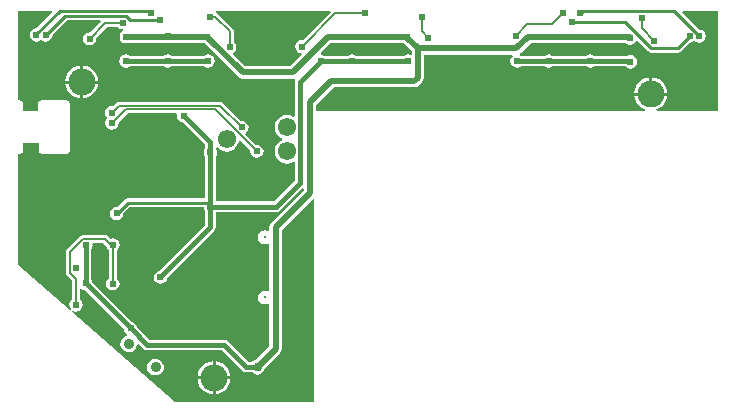
<source format=gbl>
%FSTAX23Y23*%
%MOIN*%
%SFA1B1*%

%IPPOS*%
%ADD17C,0.010000*%
%ADD18C,0.006000*%
%ADD91C,0.030000*%
%ADD96C,0.015000*%
%ADD98C,0.020000*%
%ADD100C,0.090000*%
%ADD101C,0.035430*%
%ADD102C,0.012800*%
%ADD103C,0.061020*%
%ADD104C,0.024000*%
%ADD105C,0.025980*%
%LNdextrems_v1-1*%
%LPD*%
G36*
X01057Y-00017D02*
X00964Y-00111D01*
X00961Y-0011*
X00952Y-00112*
X00945Y-00117*
X0094Y-00124*
X00938Y-00133*
X0094Y-00141*
X00945Y-00148*
X00952Y-00153*
X00959Y-00155*
X00961Y-0016*
X00922Y-00199*
X00771*
X00731Y-00159*
X00732Y-00153*
X00735Y-0015*
X0074Y-00143*
X00742Y-00134*
X0074Y-00126*
X00735Y-00119*
X00733Y-00117*
Y-00081*
X00732Y-00075*
X00729Y-00071*
X00682Y-00024*
X00677Y-00021*
X00676Y-00021*
X00674Y-00018*
X00676Y-00013*
X01055*
X01057Y-00017*
G37*
G36*
X02348Y-00347D02*
X02143D01*
X02142Y-00342*
X02151Y-00339*
X02163Y-0033*
X02172Y-00318*
X02177Y-00305*
X02178Y-00296*
X02069*
X0207Y-00305*
X02075Y-00318*
X02084Y-0033*
X02096Y-00339*
X02105Y-00342*
X02104Y-00347*
X01015*
X01012Y-00348*
X01007Y-00344*
Y-00327*
X01067Y-00268*
X01336*
X01344Y-00266*
X0135Y-00262*
X01362Y-0025*
X01366Y-00244*
X01368Y-00236*
Y-0016*
X01662*
X01664Y-00165*
X01663Y-00165*
X01658Y-00172*
X01656Y-00181*
X01658Y-0019*
X01663Y-00197*
X0167Y-00202*
X01679Y-00203*
X01687Y-00202*
X01692Y-00199*
X0177*
X01775Y-00202*
X01784Y-00204*
X01792Y-00202*
X01797Y-00199*
X01909*
X01913Y-00201*
X01921Y-00203*
X0193Y-00201*
X01933Y-00199*
X0204*
X0204Y-00199*
X02048Y-00204*
X02056Y-00206*
X02065Y-00204*
X02072Y-00199*
X02077Y-00192*
X02079Y-00183*
X02077Y-00175*
X02072Y-00167*
X02065Y-00162*
X02056Y-00161*
X02048Y-00162*
X02046Y-00163*
X01935*
X0193Y-0016*
X01921Y-00158*
X01913Y-0016*
X01908Y-00163*
X01796*
X01792Y-0016*
X01784Y-00159*
X01775Y-0016*
X01771Y-00163*
X01692*
X01688Y-00161*
X01687Y-00158*
Y-00155*
X0169Y-00154*
X01724Y-0012*
X01775*
X01776Y-0012*
X01785Y-00122*
X01785Y-00122*
X01785Y-00122*
X02042*
X02046Y-00124*
X02054Y-00126*
X02063Y-00124*
X0207Y-00119*
X02074Y-00114*
X0208Y-00113*
X02115Y-00148*
X0212Y-00152*
X02126Y-00153*
X02214*
X0222Y-00152*
X02225Y-00148*
X02253Y-0012*
X02254Y-0012*
X02262Y-00118*
X02269Y-00114*
X02269Y-00114*
X02277Y-00119*
X02285Y-0012*
X02294Y-00119*
X02301Y-00114*
X02306Y-00107*
X02308Y-00098*
X02306Y-00089*
X02301Y-00082*
X02294Y-00077*
X02286Y-00076*
X02228Y-00017*
X0223Y-00013*
X02348*
Y-00347*
G37*
G36*
X01327Y-00148D02*
Y-00159D01*
X01323Y-00161*
X01322Y-00161*
X01313Y-00159*
X01305Y-00161*
X01301Y-00163*
X0114*
X01136Y-00161*
X01127Y-00159*
X01119Y-00161*
X01114Y-00164*
X01035*
X01031Y-00161*
X01026Y-0016*
X01024Y-00154*
X01056Y-00122*
X01301*
X01327Y-00148*
G37*
G36*
X0013Y-00017D02*
X00076Y-00071D01*
X00068Y-00073*
X0006Y-00078*
X00056Y-00085*
X00054Y-00094*
X00056Y-00102*
X0006Y-00109*
X00068Y-00114*
X00076Y-00116*
X00085Y-00114*
X00092Y-00109*
X00099Y-00114*
X00108Y-00116*
X00116Y-00114*
X00124Y-00109*
X00128Y-00102*
X0013Y-00094*
X0013Y-00093*
X00178Y-00045*
X00289*
X00291Y-00049*
X00256Y-00084*
X00253Y-00084*
X00244Y-00086*
X00237Y-0009*
X00232Y-00098*
X0023Y-00106*
X00232Y-00115*
X00237Y-00122*
X00244Y-00127*
X00253Y-00129*
X00261Y-00127*
X00269Y-00122*
X00273Y-00115*
X00275Y-00106*
X00274Y-00103*
X00312Y-00066*
X00346*
X00348Y-00068*
X00355Y-00073*
X00364Y-00075*
X00364Y-00075*
X00366Y-0008*
X00359Y-00084*
X00354Y-00091*
X00353Y-001*
X00354Y-00108*
X00359Y-00116*
X00367Y-0012*
X00375Y-00122*
X00377Y-00122*
X00377Y-00122*
X00637*
X00748Y-00234*
X00755Y-00238*
X00763Y-0024*
X0093*
X00935Y-00239*
X00937Y-00241*
X00938Y-00243*
X00937Y-0025*
Y-00365*
X00932Y-00367*
X00931Y-00366*
X00921Y-00362*
X00911Y-00361*
X009Y-00362*
X0089Y-00366*
X00882Y-00373*
X00875Y-00381*
X00871Y-00391*
X0087Y-00402*
X00871Y-00412*
X00875Y-00422*
X00882Y-00431*
X0089Y-00437*
X00895Y-00439*
Y-00444*
X0089Y-00446*
X00882Y-00453*
X00875Y-00461*
X00871Y-00471*
X0087Y-00482*
X00871Y-00492*
X00875Y-00502*
X00882Y-00511*
X0089Y-00517*
X009Y-00521*
X00911Y-00523*
X00921Y-00521*
X00931Y-00517*
X00932Y-00516*
X00937Y-00518*
Y-00579*
X00867Y-00649*
X00674*
Y-00498*
X00677Y-00493*
X00678Y-00485*
X00677Y-00476*
X00675Y-00473*
X00675Y-0047*
X00681Y-00469*
X00682Y-00471*
X0069Y-00477*
X007Y-00481*
X00711Y-00483*
X00721Y-00481*
X00731Y-00477*
X00739Y-00471*
X00746Y-00462*
X0075Y-00452*
X00751Y-00448*
X00756Y-00446*
X00789Y-00479*
X00788Y-00482*
X0079Y-0049*
X00795Y-00498*
X00802Y-00502*
X00811Y-00504*
X00819Y-00502*
X00826Y-00498*
X00831Y-0049*
X00833Y-00482*
X00831Y-00473*
X00826Y-00466*
X00819Y-00461*
X00811Y-00459*
X00807Y-0046*
X00772Y-00425*
X00773Y-0042*
X00776Y-00418*
X00781Y-0041*
X00783Y-00402*
X00781Y-00393*
X00776Y-00386*
X00769Y-00381*
X00761Y-00379*
X00757Y-0038*
X00698Y-0032*
X00694Y-00318*
X00689Y-00317*
X0035*
X00345Y-00318*
X00341Y-0032*
X0033Y-00331*
X00327Y-00331*
X00318Y-00332*
X00311Y-00337*
X00306Y-00344*
X00304Y-00353*
X00306Y-00362*
X0031Y-00367*
X00312Y-00372*
X00307Y-00379*
X00305Y-00388*
X00307Y-00397*
X00312Y-00404*
X00319Y-00409*
X00328Y-0041*
X00336Y-00409*
X00343Y-00404*
X00348Y-00397*
X0035Y-00388*
X0035Y-00386*
X00381Y-00355*
X00542*
X00545Y-00359*
X00544Y-00363*
X00546Y-00371*
X00551Y-00379*
X00558Y-00384*
X00563Y-00385*
X00638Y-00459*
Y-00472*
X00635Y-00476*
X00633Y-00485*
X00635Y-00493*
X00638Y-00498*
Y-00639*
X0038*
X00374Y-0064*
X00369Y-00643*
X00345Y-00667*
X00343Y-00667*
X00334Y-00668*
X00327Y-00673*
X00322Y-0068*
X0032Y-00689*
X00322Y-00698*
X00327Y-00705*
X00334Y-0071*
X00343Y-00711*
X00351Y-0071*
X00359Y-00705*
X00363Y-00698*
X00365Y-00691*
X00386Y-00669*
X00634*
X00635Y-00675*
X00638Y-0068*
Y-00728*
X00486Y-0088*
X00481Y-00881*
X00474Y-00886*
X00469Y-00893*
X00467Y-00902*
X00469Y-0091*
X00474Y-00918*
X00481Y-00922*
X00489Y-00924*
X00498Y-00922*
X00505Y-00918*
X0051Y-0091*
X00511Y-00905*
X00668Y-00748*
X00672Y-00742*
X00674Y-00735*
Y-00685*
X00874*
X00881Y-00683*
X00887Y-00679*
X00962Y-00604*
X00967Y-00606*
Y-00612*
X00858Y-00721*
X00854Y-00727*
X00852Y-00735*
Y-00745*
X00848Y-00748*
X00846Y-00747*
X00838Y-00745*
X00829Y-00747*
X00821Y-00752*
X00816Y-0076*
X00814Y-00768*
X00816Y-00777*
X00821Y-00785*
X00829Y-0079*
X00838Y-00792*
X00846Y-0079*
X00848Y-00789*
X00852Y-00791*
Y-00946*
X00848Y-00949*
X00846Y-00948*
X00838Y-00946*
X00829Y-00948*
X00821Y-00953*
X00816Y-0096*
X00814Y-00969*
X00816Y-00978*
X00821Y-00986*
X00829Y-00991*
X00838Y-00992*
X00846Y-00991*
X00848Y-0099*
X00852Y-00992*
Y-01132*
X00808Y-01176*
X00803Y-01177*
X00794Y-01182*
X00794Y-01183*
X00782*
X00714Y-01115*
X00708Y-01111*
X00702Y-0111*
X00453*
X00411Y-01068*
X0041Y-01063*
X00405Y-01056*
X00398Y-01051*
X00393Y-0105*
X00262Y-00919*
X00261Y-00914*
X00258Y-00909*
Y-00807*
X00261Y-00803*
X00263Y-00795*
X00262Y-00791*
X00265Y-00787*
X00298*
X00309Y-00798*
X0031Y-00802*
X00315Y-0081*
X00317Y-00811*
Y-00905*
X00314Y-00907*
X00309Y-00914*
X00308Y-00923*
X00309Y-00931*
X00314Y-00938*
X00321Y-00943*
X0033Y-00945*
X00339Y-00943*
X00346Y-00938*
X00351Y-00931*
X00353Y-00923*
X00351Y-00914*
X00346Y-00907*
X00343Y-00905*
Y-00812*
X00347Y-0081*
X00351Y-00802*
X00353Y-00794*
X00351Y-00785*
X00347Y-00778*
X00339Y-00773*
X00331Y-00771*
X00322Y-00773*
X00322Y-00773*
X00313Y-00764*
X00309Y-00761*
X00304Y-0076*
X00232*
X00227Y-00761*
X00223Y-00764*
X00178Y-00809*
X00175Y-00813*
X00174Y-00818*
Y-00886*
X00175Y-00891*
X00178Y-00895*
X00195Y-00912*
Y-00976*
X00192Y-00978*
X00187Y-00985*
X00185Y-00994*
X00187Y-01002*
X00191Y-01009*
X00188Y-01012*
X00013Y-0086*
Y-0049*
X0002*
X00024Y-00489*
X00028Y-00487*
X0003Y-00484*
X00031Y-0048*
Y-00455*
X00085*
Y-0048*
X00086Y-00484*
X00088Y-00487*
X00091Y-00489*
X00095Y-0049*
X00177*
X00181Y-00489*
X00184Y-00487*
X00186Y-00484*
X00187Y-0048*
Y-00322*
X00186Y-00319*
X00184Y-00315*
X00181Y-00313*
X00177Y-00312*
X00091*
X00087Y-00313*
X00084Y-00315*
X00082Y-00319*
X00081Y-00322*
Y-00348*
X00031*
Y-00322*
X0003Y-00319*
X00028Y-00315*
X00024Y-00313*
X0002Y-00312*
X00013*
Y-00013*
X00128*
X0013Y-00017*
G37*
G36*
X01001Y-00642D02*
Y-01318D01*
X00539*
X00191Y-01015*
X00194Y-01011*
X00199Y-01015*
X00208Y-01016*
X00216Y-01015*
X00224Y-0101*
X00229Y-01002*
X0023Y-00994*
X00229Y-00985*
X00224Y-00978*
X00221Y-00976*
Y-00941*
X00226Y-00939*
X00232Y-00943*
X00237Y-00944*
X00368Y-01075*
X00369Y-0108*
X00374Y-01087*
X00379Y-01091*
X00378Y-01096*
X00375Y-01097*
X00368Y-011*
X00363Y-01105*
X00359Y-01111*
X00357Y-01118*
X00356Y-01125*
X00357Y-01133*
X00361Y-01139*
X00366Y-01145*
X00372Y-01149*
X00379Y-01151*
X00386Y-01151*
X00393Y-0115*
X004Y-01147*
X00405Y-01142*
X00409Y-01136*
X00411Y-01129*
X00412Y-01126*
X00417Y-01124*
X00433Y-0114*
X00439Y-01144*
X00446Y-01145*
X00446*
X00694*
X00762Y-01213*
X00768Y-01217*
X00775Y-01218*
X00794*
X00794Y-01219*
X00803Y-01224*
X00813Y-01226*
X00822Y-01224*
X00831Y-01219*
X00836Y-0121*
X00837Y-01205*
X00887Y-01155*
X00891Y-01148*
X00893Y-01141*
Y-00744*
X00997Y-0064*
X01001Y-00642*
G37*
%LNdextrems_v1-2*%
%LPC*%
G36*
X02129Y-00236D02*
Y-00286D01*
X02178*
X02177Y-00276*
X02172Y-00263*
X02163Y-00251*
X02151Y-00242*
X02138Y-00237*
X02129Y-00236*
G37*
G36*
X02119D02*
X02109Y-00237D01*
X02096Y-00242*
X02084Y-00251*
X02075Y-00263*
X0207Y-00276*
X02069Y-00286*
X02119*
Y-00236*
G37*
G36*
X00647Y-00158D02*
X00639Y-0016D01*
X00633Y-00163*
X00527*
X00521Y-0016*
X00513Y-00158*
X00504Y-0016*
X00498Y-00163*
X00387*
X00383Y-0016*
X00374Y-00159*
X00365Y-0016*
X00358Y-00165*
X00353Y-00173*
X00351Y-00181*
X00353Y-0019*
X00358Y-00197*
X00365Y-00202*
X00374Y-00204*
X00383Y-00202*
X00387Y-00199*
X00501*
X00504Y-00201*
X00513Y-00203*
X00521Y-00201*
X00524Y-00199*
X00636*
X00639Y-00201*
X00647Y-00203*
X00656Y-00201*
X00663Y-00196*
X00668Y-00189*
X0067Y-0018*
X00668Y-00172*
X00663Y-00164*
X00656Y-0016*
X00647Y-00158*
G37*
G36*
X00232Y-00196D02*
Y-00246D01*
X00282*
X00281Y-00236*
X00275Y-00223*
X00266Y-00211*
X00255Y-00202*
X00242Y-00197*
X00232Y-00196*
G37*
G36*
X00222D02*
X00213Y-00197D01*
X00199Y-00202*
X00188Y-00211*
X00179Y-00223*
X00174Y-00236*
X00172Y-00246*
X00222*
Y-00196*
G37*
G36*
X00282Y-00256D02*
X00232D01*
Y-00305*
X00242Y-00304*
X00255Y-00299*
X00266Y-0029*
X00275Y-00278*
X00281Y-00265*
X00282Y-00256*
G37*
G36*
X00222D02*
X00172D01*
X00174Y-00265*
X00179Y-00278*
X00188Y-0029*
X00199Y-00299*
X00213Y-00304*
X00222Y-00305*
Y-00256*
G37*
G36*
X00471Y-01173D02*
X00464Y-01175D01*
X00457Y-01178*
X00452Y-01183*
X00448Y-01189*
X00446Y-01196*
X00445Y-01203*
X00446Y-0121*
X0045Y-01217*
X00455Y-01222*
X00461Y-01226*
X00468Y-01229*
X00475Y-01229*
X00482Y-01228*
X00489Y-01224*
X00494Y-0122*
X00498Y-01213*
X005Y-01207*
X00501Y-01199*
X00499Y-01192*
X00496Y-01186*
X00491Y-0118*
X00485Y-01176*
X00478Y-01174*
X00471Y-01173*
G37*
G36*
X00673Y-01182D02*
Y-01232D01*
X00722*
X00721Y-01223*
X00716Y-01209*
X00707Y-01198*
X00695Y-01189*
X00682Y-01184*
X00673Y-01182*
G37*
G36*
X00663D02*
X00653Y-01184D01*
X0064Y-01189*
X00628Y-01198*
X00619Y-01209*
X00614Y-01223*
X00613Y-01232*
X00663*
Y-01182*
G37*
G36*
X00722Y-01242D02*
X00673D01*
Y-01292*
X00682Y-01291*
X00695Y-01285*
X00707Y-01276*
X00716Y-01265*
X00721Y-01251*
X00722Y-01242*
G37*
G36*
X00663D02*
X00613D01*
X00614Y-01251*
X00619Y-01265*
X00628Y-01276*
X0064Y-01285*
X00653Y-01291*
X00663Y-01292*
Y-01242*
G37*
%LNdextrems_v1-3*%
%LPD*%
G54D17*
X00343Y-00691D02*
X0038Y-00654D01*
X01899Y-00014D02*
X02202D01*
X02039Y-00051D02*
X02126Y-00138D01*
X02214*
X02254Y-00097*
X01889Y-00021D02*
X01892D01*
X01899Y-00014*
X02202D02*
X02285Y-00096D01*
X01862Y-00051D02*
X02039D01*
X02285Y-00098D02*
Y-00096D01*
X00387Y-00044D02*
X00489D01*
X00172Y-0003D02*
X00373D01*
X00387Y-00044*
X00108Y-00094D02*
X00172Y-0003D01*
X00451Y-00014D02*
X00458Y-00021D01*
X00155Y-00014D02*
X00451D01*
X00076Y-00092D02*
X00155Y-00014D01*
X00489Y-00044D02*
X00489Y-00043D01*
X00076Y-00094D02*
Y-00092D01*
X00643Y-00654D02*
X00656Y-00667D01*
X0038Y-00654D02*
X00643D01*
G54D18*
X0072Y-00134D02*
Y-00081D01*
X00961Y-00133D02*
X01072Y-00021D01*
X00689Y-0033D02*
X00761Y-00402D01*
X0035Y-0033D02*
X00689D01*
X00671Y-00342D02*
X00811Y-00482D01*
X00375Y-00342D02*
X00671D01*
X00811Y-00482D02*
D01*
X00188Y-00886D02*
X00208Y-00906D01*
Y-00994D02*
Y-00906D01*
X00328Y-00388D02*
X00329D01*
X02094Y-00072D02*
Y-00037D01*
X02093Y-00037D02*
X02094Y-00037D01*
Y-00072D02*
X02135Y-00113D01*
X00232Y-00774D02*
X00304D01*
X00188Y-00818D02*
X00232Y-00774D01*
X00188Y-00886D02*
Y-00818D01*
X01711Y-00059D02*
X01795D01*
X01832Y-00021*
X01674Y-00096D02*
X01711Y-00059D01*
X0136Y-00081D02*
Y-00035D01*
Y-00081D02*
X01382Y-00103D01*
X01072Y-00021D02*
X01172D01*
X00253Y-00106D02*
X00306Y-00053D01*
X00364*
X00656Y-00033D02*
X00656Y-00033D01*
X00672*
X0072Y-00081*
X0033Y-00923D02*
Y-00794D01*
X00331Y-00794*
X00324D02*
X00331D01*
X00304Y-00774D02*
X00324Y-00794D01*
X01784Y-00181D02*
X01784Y-00181D01*
X01784Y-00181D02*
X01784Y-00181D01*
X00375Y-001D02*
X00377Y-00102D01*
X01921Y-00181D02*
X01921Y-00181D01*
X00329Y-00388D02*
X00375Y-00342D01*
X00327Y-00353D02*
X0035Y-0033D01*
X00241Y-00795D02*
X00241Y-00795D01*
Y-00922D02*
X00241Y-00922D01*
X0039Y-01072D02*
Y-01071D01*
X00241Y-00922D02*
Y-00922D01*
G54D91*
X00813Y-01201D03*
G54D96*
X00446Y-01128D02*
X00702D01*
X00775Y-01201D02*
X00813D01*
X00702Y-01128D02*
X00775Y-01201D01*
X0039Y-01072D02*
X00446Y-01128D01*
X00955Y-005D02*
X00955Y-005D01*
X00874Y-00667D02*
X00955Y-00587D01*
Y-005*
Y-0025D02*
X01023Y-00182D01*
X00955Y-005D02*
Y-00384D01*
X00955Y-00384D02*
Y-0025D01*
Y-00384D02*
X00955Y-00384D01*
X01922Y-00181D02*
X02056D01*
X01679Y-00181D02*
X01784D01*
X01127Y-00181D02*
X01313D01*
X00656Y-00485D02*
Y-00452D01*
Y-00667D02*
Y-00485D01*
X00374Y-00181D02*
X00647D01*
X00656Y-00667D02*
X00874D01*
X01023Y-00182D02*
X01127D01*
X00656Y-00735D02*
Y-00667D01*
X00489Y-00902D02*
X00656Y-00735D01*
X01784Y-00181D02*
X01921D01*
X01921Y-00181D02*
X01922Y-00181D01*
X00567Y-00363D02*
X00656Y-00452D01*
X00241Y-00922D02*
Y-00795D01*
X00241Y-00922D02*
X0039Y-01071D01*
G54D98*
X00645Y-00102D02*
X00763Y-00219D01*
X0093*
X01048Y-00102*
X00813Y-01201D02*
X00873Y-01141D01*
Y-00735D02*
X00987Y-00621D01*
X00873Y-01141D02*
Y-00735D01*
X00987Y-00621D02*
Y-00319D01*
X01059Y-00248*
X01336*
X01785Y-00102D02*
X01923D01*
X00377D02*
X00515D01*
X01923D02*
X02053D01*
X00515D02*
X00645D01*
X01048D02*
X01129D01*
X01312*
X01715Y-001D02*
X01785D01*
X01676Y-00139D02*
X01715Y-001D01*
X01348Y-00139D02*
X01676D01*
X01312Y-00103D02*
X01348Y-00139D01*
X01312Y-00103D02*
Y-00102D01*
X01348Y-00236D02*
Y-00139D01*
X01336Y-00248D02*
X01348Y-00236D01*
G54D100*
X00227Y-00251D03*
X00668Y-01237D03*
X02124Y-00291D03*
G54D101*
X00384Y-01124D03*
X00473Y-01201D03*
G54D102*
X00838Y-00768D03*
Y-00969D03*
G54D103*
X00711Y-00442D03*
X00911Y-00482D03*
Y-00402D03*
G54D104*
X00118Y-00622D03*
X00718Y-00716D03*
X00469Y-0082D03*
X00562Y-00749D03*
X02335Y-00261D03*
X01961Y-00333D03*
X02335Y-00332D03*
X01516Y-00246D03*
X0072Y-00134D03*
X00961Y-00133D03*
X00828Y-00178D03*
X00029Y-00145D03*
X00027Y-0071D03*
X00986Y-00697D03*
Y-01011D03*
Y-01304D03*
X00543D03*
X00262Y-01059D03*
X00761Y-00402D03*
X00196Y-00544D03*
X01785Y-001D03*
X00208Y-00994D03*
X00328Y-00388D03*
X02093Y-00037D03*
X02054Y-00104D03*
X02285Y-00098D03*
X02254Y-00097D03*
X02135Y-00113D03*
X01889Y-00021D03*
X01832Y-00021D03*
X01674Y-00096D03*
X01382Y-00103D03*
X01757Y-0014D03*
X0136Y-00035D03*
X01679Y-00181D03*
X01312Y-00102D03*
X01287Y-00142D03*
X01251Y-00142D03*
X011Y-00142D03*
X01067D03*
X01172Y-00021D03*
X01129Y-001D03*
X00364Y-00053D03*
X00656Y-00033D03*
X00458Y-00021D03*
X00489Y-00043D03*
X00253Y-00106D03*
X0033Y-00923D03*
X00331Y-00794D03*
X00025Y-00507D03*
X00253Y-00677D03*
X00346Y-0014D03*
X00645Y-001D03*
X00586Y-00139D03*
X00619Y-00139D03*
X00278Y-0075D03*
X00209Y-0087D03*
X02028Y-0014D03*
X01995Y-0014D03*
X01895Y-0014D03*
X01859D03*
X00485Y-00139D03*
X00451D03*
X00548Y-00975D03*
Y-00925D03*
X00284Y-00825D03*
X01023Y-00182D03*
X01313D03*
X00489Y-00902D03*
X00586Y-00309D03*
X00811Y-00482D03*
X00656Y-00485D03*
X00327Y-00353D03*
X0039Y-01072D03*
X00488Y-00685D03*
X02056Y-00183D03*
X01921Y-00181D03*
X01784Y-00181D03*
X01127Y-00182D03*
X00647Y-0018D03*
X00513D03*
X00374Y-00181D03*
X01862Y-00051D03*
X00108Y-00094D03*
X00076D03*
X01923Y-001D03*
X00515Y-00099D03*
X00375Y-001D03*
X00241Y-00795D03*
X00241Y-00922D03*
X00567Y-00363D03*
X00343Y-00689D03*
X00656Y-00667D03*
G54D105*
X00375Y-00451D03*
X00422D03*
X0047D03*
X00517D03*
X00375Y-00498D03*
X00422D03*
X0047D03*
X00517D03*
X00375Y-00546D03*
X00422D03*
X0047D03*
X00517D03*
X00375Y-00593D03*
X00422D03*
X0047D03*
X00517D03*
M02*
</source>
